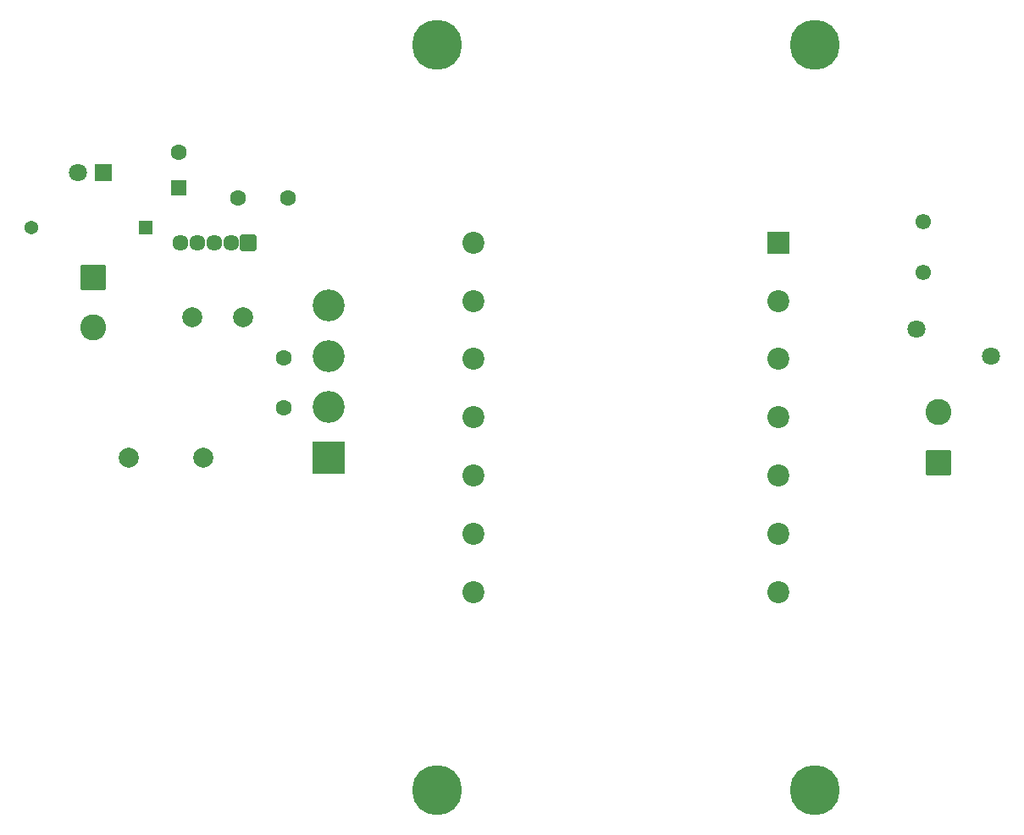
<source format=gts>
G04 #@! TF.GenerationSoftware,KiCad,Pcbnew,9.0.7-9.0.7~ubuntu24.04.1*
G04 #@! TF.CreationDate,2026-02-08T18:38:21+03:00*
G04 #@! TF.ProjectId,Linear_PowerSup_v1,4c696e65-6172-45f5-906f-776572537570,rev?*
G04 #@! TF.SameCoordinates,Original*
G04 #@! TF.FileFunction,Soldermask,Top*
G04 #@! TF.FilePolarity,Negative*
%FSLAX46Y46*%
G04 Gerber Fmt 4.6, Leading zero omitted, Abs format (unit mm)*
G04 Created by KiCad (PCBNEW 9.0.7-9.0.7~ubuntu24.04.1) date 2026-02-08 18:38:21*
%MOMM*%
%LPD*%
G01*
G04 APERTURE LIST*
G04 Aperture macros list*
%AMRoundRect*
0 Rectangle with rounded corners*
0 $1 Rounding radius*
0 $2 $3 $4 $5 $6 $7 $8 $9 X,Y pos of 4 corners*
0 Add a 4 corners polygon primitive as box body*
4,1,4,$2,$3,$4,$5,$6,$7,$8,$9,$2,$3,0*
0 Add four circle primitives for the rounded corners*
1,1,$1+$1,$2,$3*
1,1,$1+$1,$4,$5*
1,1,$1+$1,$6,$7*
1,1,$1+$1,$8,$9*
0 Add four rect primitives between the rounded corners*
20,1,$1+$1,$2,$3,$4,$5,0*
20,1,$1+$1,$4,$5,$6,$7,0*
20,1,$1+$1,$6,$7,$8,$9,0*
20,1,$1+$1,$8,$9,$2,$3,0*%
G04 Aperture macros list end*
%ADD10C,2.000000*%
%ADD11RoundRect,0.250000X-1.050000X1.050000X-1.050000X-1.050000X1.050000X-1.050000X1.050000X1.050000X0*%
%ADD12C,2.600000*%
%ADD13RoundRect,0.250000X1.050000X-1.050000X1.050000X1.050000X-1.050000X1.050000X-1.050000X-1.050000X0*%
%ADD14R,1.371600X1.371600*%
%ADD15C,1.371600*%
%ADD16C,1.600000*%
%ADD17C,1.554000*%
%ADD18C,1.800000*%
%ADD19RoundRect,0.250000X0.550000X-0.550000X0.550000X0.550000X-0.550000X0.550000X-0.550000X-0.550000X0*%
%ADD20R,1.800000X1.800000*%
%ADD21C,5.000000*%
%ADD22R,2.200000X2.200000*%
%ADD23C,2.200000*%
%ADD24R,3.200000X3.200000*%
%ADD25C,3.200000*%
%ADD26RoundRect,0.102000X-0.705000X-0.705000X0.705000X-0.705000X0.705000X0.705000X-0.705000X0.705000X0*%
%ADD27C,1.614000*%
G04 APERTURE END LIST*
D10*
X91000000Y-96500000D03*
X83500000Y-96500000D03*
D11*
X80000000Y-78500000D03*
D12*
X80000000Y-83500000D03*
D13*
X164500000Y-97000000D03*
D12*
X164500000Y-92000000D03*
D14*
X85202300Y-73500000D03*
D15*
X73797700Y-73500000D03*
D16*
X99000000Y-86500000D03*
X99000000Y-91500000D03*
D17*
X163000000Y-78000000D03*
X163000000Y-72920000D03*
D16*
X94500000Y-70500000D03*
X99500000Y-70500000D03*
D18*
X162250000Y-83650000D03*
X169750000Y-86350000D03*
D19*
X88500000Y-69500000D03*
D16*
X88500000Y-66000000D03*
D20*
X81000000Y-68000000D03*
D18*
X78460000Y-68000000D03*
D21*
X152100184Y-55197303D03*
X152100000Y-129800000D03*
X114400000Y-129800000D03*
X114400000Y-55175000D03*
D22*
X148459835Y-74999590D03*
D23*
X148469939Y-80830000D03*
X148469939Y-86660000D03*
X148475000Y-92500000D03*
X148485095Y-98325000D03*
X148485095Y-104150000D03*
X148490165Y-110000410D03*
X118000000Y-110000000D03*
X118000000Y-104150000D03*
X118000000Y-98320000D03*
X118000686Y-92489964D03*
X118000000Y-86660000D03*
X118000000Y-80830000D03*
X118000000Y-75000000D03*
D24*
X103500000Y-96500000D03*
D25*
X103500000Y-91420000D03*
X103500000Y-86340000D03*
X103500000Y-81260000D03*
D10*
X95000000Y-82500000D03*
X89920000Y-82490000D03*
D26*
X95500000Y-75000000D03*
D27*
X93800000Y-75000000D03*
X92100000Y-75000000D03*
X90400000Y-75000000D03*
X88700000Y-75000000D03*
M02*

</source>
